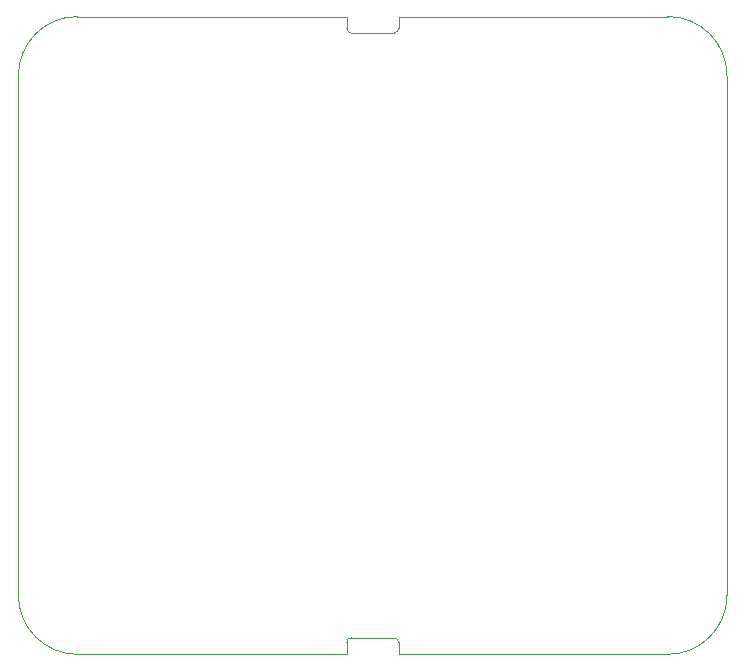
<source format=gbr>
%TF.GenerationSoftware,KiCad,Pcbnew,7.0.7*%
%TF.CreationDate,2024-06-01T16:44:26-07:00*%
%TF.ProjectId,Impedance Selector,496d7065-6461-46e6-9365-2053656c6563,rev?*%
%TF.SameCoordinates,Original*%
%TF.FileFunction,Profile,NP*%
%FSLAX46Y46*%
G04 Gerber Fmt 4.6, Leading zero omitted, Abs format (unit mm)*
G04 Created by KiCad (PCBNEW 7.0.7) date 2024-06-01 16:44:26*
%MOMM*%
%LPD*%
G01*
G04 APERTURE LIST*
%TA.AperFunction,Profile*%
%ADD10C,0.100000*%
%TD*%
%TA.AperFunction,Profile*%
%ADD11C,0.120000*%
%TD*%
G04 APERTURE END LIST*
D10*
X175000000Y-127000000D02*
G75*
G03*
X180000000Y-122000000I0J5000000D01*
G01*
X125000000Y-73000000D02*
G75*
G03*
X120000000Y-78000000I0J-5000000D01*
G01*
X143500000Y-73000000D02*
X125000000Y-73000000D01*
X120000000Y-122000000D02*
X120000000Y-78000000D01*
X156500000Y-127000000D02*
X175000000Y-127000000D01*
X156500000Y-73000000D02*
X175000000Y-73000000D01*
X120000000Y-122000000D02*
G75*
G03*
X125000000Y-127000000I5000000J0D01*
G01*
X143500000Y-127000000D02*
X125000000Y-127000000D01*
X180000000Y-78000000D02*
G75*
G03*
X175000000Y-73000000I-5000000J0D01*
G01*
X180000000Y-78000000D02*
X180000000Y-122000000D01*
D11*
%TO.C,J2*%
X152200000Y-127000000D02*
X156500000Y-127000000D01*
X152200000Y-126000000D02*
X152200000Y-127000000D01*
X148200000Y-125600000D02*
X151800000Y-125600000D01*
X147800000Y-127000000D02*
X143500000Y-127000000D01*
X147800000Y-126000000D02*
X147800000Y-127000000D01*
X152200000Y-126000000D02*
G75*
G03*
X151800000Y-125600000I-400002J-2D01*
G01*
X148200000Y-125600000D02*
G75*
G03*
X147800000Y-126000000I0J-400000D01*
G01*
%TO.C,J1*%
X147800000Y-73000000D02*
X143500000Y-73000000D01*
X147800000Y-74000000D02*
X147800000Y-73000000D01*
X151800000Y-74400000D02*
X148200000Y-74400000D01*
X152200000Y-73000000D02*
X156500000Y-73000000D01*
X152200000Y-74000000D02*
X152200000Y-73000000D01*
X147800000Y-74000000D02*
G75*
G03*
X148200000Y-74400000I400002J2D01*
G01*
X151800000Y-74400000D02*
G75*
G03*
X152200000Y-74000000I0J400000D01*
G01*
%TD*%
M02*

</source>
